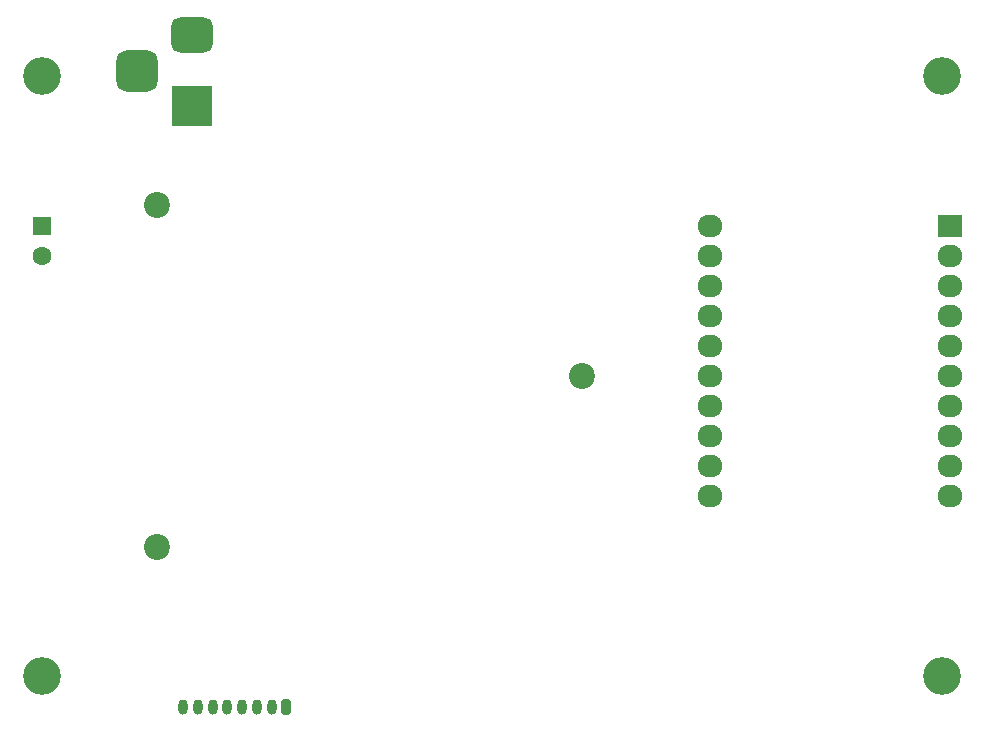
<source format=gbr>
%TF.GenerationSoftware,KiCad,Pcbnew,7.0.1*%
%TF.CreationDate,2023-04-06T15:25:49-05:00*%
%TF.ProjectId,mqtt_particle_sensor,6d717474-5f70-4617-9274-69636c655f73,B*%
%TF.SameCoordinates,Original*%
%TF.FileFunction,Soldermask,Bot*%
%TF.FilePolarity,Negative*%
%FSLAX46Y46*%
G04 Gerber Fmt 4.6, Leading zero omitted, Abs format (unit mm)*
G04 Created by KiCad (PCBNEW 7.0.1) date 2023-04-06 15:25:49*
%MOMM*%
%LPD*%
G01*
G04 APERTURE LIST*
G04 Aperture macros list*
%AMRoundRect*
0 Rectangle with rounded corners*
0 $1 Rounding radius*
0 $2 $3 $4 $5 $6 $7 $8 $9 X,Y pos of 4 corners*
0 Add a 4 corners polygon primitive as box body*
4,1,4,$2,$3,$4,$5,$6,$7,$8,$9,$2,$3,0*
0 Add four circle primitives for the rounded corners*
1,1,$1+$1,$2,$3*
1,1,$1+$1,$4,$5*
1,1,$1+$1,$6,$7*
1,1,$1+$1,$8,$9*
0 Add four rect primitives between the rounded corners*
20,1,$1+$1,$2,$3,$4,$5,0*
20,1,$1+$1,$4,$5,$6,$7,0*
20,1,$1+$1,$6,$7,$8,$9,0*
20,1,$1+$1,$8,$9,$2,$3,0*%
G04 Aperture macros list end*
%ADD10R,3.500000X3.500000*%
%ADD11RoundRect,0.750000X-1.000000X0.750000X-1.000000X-0.750000X1.000000X-0.750000X1.000000X0.750000X0*%
%ADD12RoundRect,0.875000X-0.875000X0.875000X-0.875000X-0.875000X0.875000X-0.875000X0.875000X0.875000X0*%
%ADD13C,3.200000*%
%ADD14C,2.200000*%
%ADD15RoundRect,0.200000X0.200000X0.450000X-0.200000X0.450000X-0.200000X-0.450000X0.200000X-0.450000X0*%
%ADD16O,0.800000X1.300000*%
%ADD17R,1.600000X1.600000*%
%ADD18C,1.600000*%
%ADD19R,2.100000X1.900000*%
%ADD20O,2.100000X1.900000*%
G04 APERTURE END LIST*
D10*
%TO.C,J2*%
X63500000Y-53340000D03*
D11*
X63500000Y-47340000D03*
D12*
X58800000Y-50340000D03*
%TD*%
D13*
%TO.C,REF\u002A\u002A*%
X127000000Y-101600000D03*
%TD*%
%TO.C,REF\u002A\u002A*%
X50800000Y-101600000D03*
%TD*%
%TO.C,REF\u002A\u002A*%
X50800000Y-50800000D03*
%TD*%
D14*
%TO.C,U3*%
X96520000Y-76200000D03*
X60520000Y-90700000D03*
X60520000Y-61700000D03*
D15*
X71465000Y-104200000D03*
D16*
X70215000Y-104200000D03*
X68965000Y-104200000D03*
X67715000Y-104200000D03*
X66465000Y-104200000D03*
X65215000Y-104200000D03*
X63965000Y-104200000D03*
X62715000Y-104200000D03*
%TD*%
D13*
%TO.C,REF\u002A\u002A*%
X127000000Y-50800000D03*
%TD*%
D17*
%TO.C,C3*%
X50800000Y-63500000D03*
D18*
X50800000Y-66000000D03*
%TD*%
D19*
%TO.C,A1*%
X127635000Y-63500000D03*
D20*
X127635000Y-66040000D03*
X127635000Y-68580000D03*
X127635000Y-71120000D03*
X127635000Y-73660000D03*
X127635000Y-76200000D03*
X127635000Y-78740000D03*
X127635000Y-81280000D03*
X127635000Y-83820000D03*
X127635000Y-86360000D03*
X107315000Y-86360000D03*
X107315000Y-83820000D03*
X107315000Y-81280000D03*
X107315000Y-78740000D03*
X107315000Y-76200000D03*
X107315000Y-73660000D03*
X107315000Y-71120000D03*
X107315000Y-68580000D03*
X107315000Y-66040000D03*
X107315000Y-63500000D03*
%TD*%
M02*

</source>
